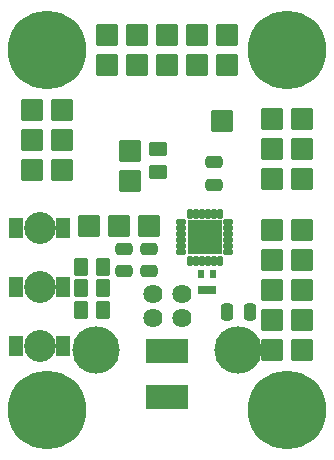
<source format=gbr>
%TF.GenerationSoftware,KiCad,Pcbnew,6.0.4-6f826c9f35~116~ubuntu20.04.1*%
%TF.CreationDate,2022-04-05T10:01:07+00:00*%
%TF.ProjectId,USBI2C01A,55534249-3243-4303-9141-2e6b69636164,rev?*%
%TF.SameCoordinates,Original*%
%TF.FileFunction,Soldermask,Bot*%
%TF.FilePolarity,Negative*%
%FSLAX46Y46*%
G04 Gerber Fmt 4.6, Leading zero omitted, Abs format (unit mm)*
G04 Created by KiCad (PCBNEW 6.0.4-6f826c9f35~116~ubuntu20.04.1) date 2022-04-05 10:01:07*
%MOMM*%
%LPD*%
G01*
G04 APERTURE LIST*
G04 Aperture macros list*
%AMRoundRect*
0 Rectangle with rounded corners*
0 $1 Rounding radius*
0 $2 $3 $4 $5 $6 $7 $8 $9 X,Y pos of 4 corners*
0 Add a 4 corners polygon primitive as box body*
4,1,4,$2,$3,$4,$5,$6,$7,$8,$9,$2,$3,0*
0 Add four circle primitives for the rounded corners*
1,1,$1+$1,$2,$3*
1,1,$1+$1,$4,$5*
1,1,$1+$1,$6,$7*
1,1,$1+$1,$8,$9*
0 Add four rect primitives between the rounded corners*
20,1,$1+$1,$2,$3,$4,$5,0*
20,1,$1+$1,$4,$5,$6,$7,0*
20,1,$1+$1,$6,$7,$8,$9,0*
20,1,$1+$1,$8,$9,$2,$3,0*%
G04 Aperture macros list end*
%ADD10C,6.654800*%
%ADD11RoundRect,0.101600X0.825500X-0.825500X0.825500X0.825500X-0.825500X0.825500X-0.825500X-0.825500X0*%
%ADD12RoundRect,0.101600X-0.825500X0.825500X-0.825500X-0.825500X0.825500X-0.825500X0.825500X0.825500X0*%
%ADD13RoundRect,0.101600X0.825500X0.825500X-0.825500X0.825500X-0.825500X-0.825500X0.825500X-0.825500X0*%
%ADD14C,1.625600*%
%ADD15C,4.013200*%
%ADD16C,2.700000*%
%ADD17RoundRect,0.101600X-0.525000X0.750000X-0.525000X-0.750000X0.525000X-0.750000X0.525000X0.750000X0*%
%ADD18RoundRect,0.101600X-1.700000X0.950000X-1.700000X-0.950000X1.700000X-0.950000X1.700000X0.950000X0*%
%ADD19RoundRect,0.101600X0.647700X-0.495300X0.647700X0.495300X-0.647700X0.495300X-0.647700X-0.495300X0*%
%ADD20RoundRect,0.101600X0.495300X0.647700X-0.495300X0.647700X-0.495300X-0.647700X0.495300X-0.647700X0*%
%ADD21RoundRect,0.250000X-0.250000X-0.475000X0.250000X-0.475000X0.250000X0.475000X-0.250000X0.475000X0*%
%ADD22RoundRect,0.250000X-0.475000X0.250000X-0.475000X-0.250000X0.475000X-0.250000X0.475000X0.250000X0*%
%ADD23RoundRect,0.101600X0.175000X0.275000X-0.175000X0.275000X-0.175000X-0.275000X0.175000X-0.275000X0*%
%ADD24RoundRect,0.101600X-0.175000X-0.275000X0.175000X-0.275000X0.175000X0.275000X-0.175000X0.275000X0*%
%ADD25RoundRect,0.101600X0.125000X-0.350000X0.125000X0.350000X-0.125000X0.350000X-0.125000X-0.350000X0*%
%ADD26RoundRect,0.101600X-0.350000X-0.125000X0.350000X-0.125000X0.350000X0.125000X-0.350000X0.125000X0*%
%ADD27RoundRect,0.101600X-0.125000X0.350000X-0.125000X-0.350000X0.125000X-0.350000X0.125000X0.350000X0*%
%ADD28RoundRect,0.101600X0.350000X0.125000X-0.350000X0.125000X-0.350000X-0.125000X0.350000X-0.125000X0*%
%ADD29RoundRect,0.101600X1.350000X-1.350000X1.350000X1.350000X-1.350000X1.350000X-1.350000X-1.350000X0*%
%ADD30RoundRect,0.101600X-0.495300X-0.647700X0.495300X-0.647700X0.495300X0.647700X-0.495300X0.647700X0*%
%ADD31RoundRect,0.250000X0.475000X-0.250000X0.475000X0.250000X-0.475000X0.250000X-0.475000X-0.250000X0*%
G04 APERTURE END LIST*
D10*
%TO.C,X4*%
X138341100Y-89763600D03*
%TD*%
%TO.C,X3*%
X138341100Y-120243600D03*
%TD*%
D11*
%TO.C,SV7*%
X153104850Y-95796100D03*
%TD*%
%TO.C,SV4*%
X159931100Y-100717350D03*
X157391100Y-100717350D03*
X159931100Y-98177350D03*
X157391100Y-98177350D03*
X159931100Y-95637350D03*
X157391100Y-95637350D03*
%TD*%
D10*
%TO.C,X6*%
X158661100Y-89763600D03*
%TD*%
D12*
%TO.C,SV3*%
X146913600Y-104686100D03*
X144373600Y-104686100D03*
X141833600Y-104686100D03*
%TD*%
D11*
%TO.C,SV6*%
X139611100Y-99923600D03*
X137071100Y-99923600D03*
X139611100Y-97383600D03*
X137071100Y-97383600D03*
X139611100Y-94843600D03*
X137071100Y-94843600D03*
%TD*%
%TO.C,SV2*%
X159931100Y-115163600D03*
X157391100Y-115163600D03*
X159931100Y-112623600D03*
X157391100Y-112623600D03*
X159931100Y-110083600D03*
X157391100Y-110083600D03*
X159931100Y-107543600D03*
X157391100Y-107543600D03*
X159931100Y-105003600D03*
X157391100Y-105003600D03*
%TD*%
D10*
%TO.C,X5*%
X158661100Y-120243600D03*
%TD*%
D13*
%TO.C,SV5*%
X153581100Y-88493600D03*
X153581100Y-91033600D03*
X151041100Y-88493600D03*
X151041100Y-91033600D03*
X148501100Y-88493600D03*
X148501100Y-91033600D03*
X145961100Y-88493600D03*
X145961100Y-91033600D03*
X143421100Y-88493600D03*
X143421100Y-91033600D03*
%TD*%
%TO.C,SV1*%
X145326100Y-100876100D03*
X145326100Y-98336100D03*
%TD*%
D14*
%TO.C,X2*%
X149751100Y-110463600D03*
X147251100Y-110463600D03*
X147251100Y-112463600D03*
X149751100Y-112463600D03*
D15*
X142501100Y-115163600D03*
X154501100Y-115163600D03*
%TD*%
D16*
%TO.C,D2*%
X137706100Y-104823600D03*
D17*
X139706100Y-104823600D03*
X135706100Y-104823600D03*
%TD*%
D18*
%TO.C,P1*%
X148501100Y-115277350D03*
X148501100Y-119177350D03*
%TD*%
D19*
%TO.C,R5*%
X147707350Y-100079850D03*
X147707350Y-98179850D03*
%TD*%
D16*
%TO.C,D1*%
X137706100Y-114823600D03*
D17*
X139706100Y-114823600D03*
X135706100Y-114823600D03*
%TD*%
D20*
%TO.C,R4*%
X143101100Y-108178600D03*
X141201100Y-108178600D03*
%TD*%
%TO.C,R3*%
X143101100Y-109924850D03*
X141201100Y-109924850D03*
%TD*%
D21*
%TO.C,C1*%
X153583600Y-111988600D03*
X155483600Y-111988600D03*
%TD*%
D16*
%TO.C,D3*%
X137706100Y-109823600D03*
D17*
X139706100Y-109823600D03*
X135706100Y-109823600D03*
%TD*%
D22*
%TO.C,C3*%
X146913600Y-106593600D03*
X146913600Y-108493600D03*
%TD*%
D23*
%TO.C,D4*%
X152334850Y-110123600D03*
X151834850Y-110123600D03*
X151334850Y-110123600D03*
D24*
X151334850Y-108773600D03*
X152334850Y-108773600D03*
%TD*%
D25*
%TO.C,X1*%
X152926100Y-107613600D03*
X152426100Y-107613600D03*
X151926100Y-107613600D03*
X151426100Y-107613600D03*
X150926100Y-107613600D03*
X150426100Y-107613600D03*
D26*
X149701100Y-106888600D03*
X149701100Y-106388600D03*
X149701100Y-105888600D03*
X149701100Y-105388600D03*
X149701100Y-104888600D03*
X149701100Y-104388600D03*
D27*
X150426100Y-103663600D03*
X150926100Y-103663600D03*
X151426100Y-103663600D03*
X151926100Y-103663600D03*
X152426100Y-103663600D03*
X152926100Y-103663600D03*
D28*
X153651100Y-104388600D03*
X153651100Y-104888600D03*
X153651100Y-105388600D03*
X153651100Y-105888600D03*
X153651100Y-106388600D03*
X153651100Y-106888600D03*
D29*
X151676100Y-105638600D03*
%TD*%
D30*
%TO.C,R1*%
X141201100Y-111829850D03*
X143101100Y-111829850D03*
%TD*%
D31*
%TO.C,C4*%
X152469850Y-101191100D03*
X152469850Y-99291100D03*
%TD*%
D22*
%TO.C,C2*%
X144849850Y-106593600D03*
X144849850Y-108493600D03*
%TD*%
M02*

</source>
